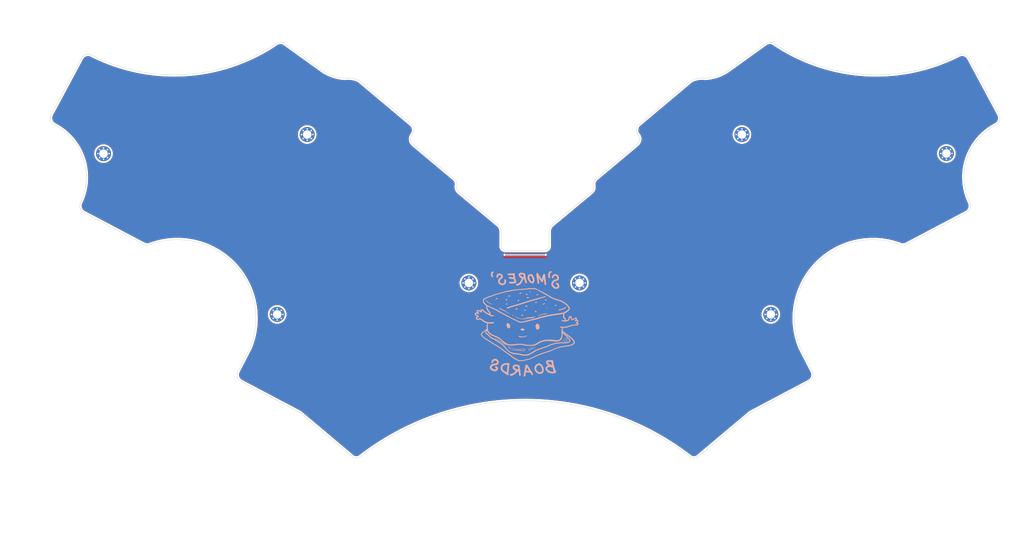
<source format=kicad_pcb>
(kicad_pcb (version 20211014) (generator pcbnew)
  (layers (0 "F.Cu" signal) (31 "B.Cu" signal) (34 "B.Paste" user) (35 "F.Paste" user) (36 "B.SilkS" user "B.Silkscreen") (37 "F.SilkS" user "F.Silkscreen") (38 "B.Mask" user) (39 "F.Mask" user) (44 "Edge.Cuts" user))
  (net 0 "")
  (net 1 "gnd")
  (footprint "footprints:m2-hole" (layer "F.Cu") (at 85.9 95.4)
    (fp_text reference "Ref**" hide)
    (fp_text value "Val**" hide)
    (pad "1" thru_hole circle (at 0 -1.5) (size 0.5 0.5) (drill 0.4) (layers *.Cu *.Mask))
    (pad "1" thru_hole circle (at -1.06 -1.06) (size 0.5 0.5) (drill 0.4) (layers *.Cu *.Mask))
    (pad "1" thru_hole circle (at 0 1.5) (size 0.5 0.5) (drill 0.4) (layers *.Cu *.Mask))
    (pad "1" thru_hole circle (at -1.06 1.06) (size 0.5 0.5) (drill 0.4) (layers *.Cu *.Mask))
    (pad "1" thru_hole circle (at -1.5 0) (size 0.5 0.5) (drill 0.4) (layers *.Cu *.Mask))
    (pad "1" thru_hole circle (at 1.5 0) (size 0.5 0.5) (drill 0.4) (layers *.Cu *.Mask))
    (pad "1" thru_hole circle (at 1.06 1.06) (size 0.5 0.5) (drill 0.4) (layers *.Cu *.Mask))
    (pad "1" thru_hole circle (at 0 0) (size 4 4) (drill 2.3) (layers *.Cu *.Mask))
    (pad "1" thru_hole circle (at 1.06 -1.06) (size 0.5 0.5) (drill 0.4) (layers *.Cu *.Mask))
  )
  (footprint "footprints:m2-hole" (layer "F.Cu") (at 137 87)
    (fp_text reference "Ref**" hide)
    (fp_text value "Val**" hide)
    (pad "1" thru_hole circle (at 1.06 -1.06) (size 0.5 0.5) (drill 0.4) (layers *.Cu *.Mask))
    (pad "1" thru_hole circle (at -1.5 0) (size 0.5 0.5) (drill 0.4) (layers *.Cu *.Mask))
    (pad "1" thru_hole circle (at 1.5 0) (size 0.5 0.5) (drill 0.4) (layers *.Cu *.Mask))
    (pad "1" thru_hole circle (at 0 1.5) (size 0.5 0.5) (drill 0.4) (layers *.Cu *.Mask))
    (pad "1" thru_hole circle (at -1.06 1.06) (size 0.5 0.5) (drill 0.4) (layers *.Cu *.Mask))
    (pad "1" thru_hole circle (at 0 0) (size 4 4) (drill 2.3) (layers *.Cu *.Mask))
    (pad "1" thru_hole circle (at 0 -1.5) (size 0.5 0.5) (drill 0.4) (layers *.Cu *.Mask))
    (pad "1" thru_hole circle (at 1.06 1.06) (size 0.5 0.5) (drill 0.4) (layers *.Cu *.Mask))
    (pad "1" thru_hole circle (at -1.06 -1.06) (size 0.5 0.5) (drill 0.4) (layers *.Cu *.Mask))
  )
  (footprint "footprints:m2-hole" (layer "F.Cu") (at 217.5 95.4)
    (fp_text reference "Ref**" hide)
    (fp_text value "Val**" hide)
    (pad "1" thru_hole circle (at 0 1.5) (size 0.5 0.5) (drill 0.4) (layers *.Cu *.Mask))
    (pad "1" thru_hole circle (at 1.5 0) (size 0.5 0.5) (drill 0.4) (layers *.Cu *.Mask))
    (pad "1" thru_hole circle (at 1.06 -1.06) (size 0.5 0.5) (drill 0.4) (layers *.Cu *.Mask))
    (pad "1" thru_hole circle (at 0 -1.5) (size 0.5 0.5) (drill 0.4) (layers *.Cu *.Mask))
    (pad "1" thru_hole circle (at -1.5 0) (size 0.5 0.5) (drill 0.4) (layers *.Cu *.Mask))
    (pad "1" thru_hole circle (at -1.06 -1.06) (size 0.5 0.5) (drill 0.4) (layers *.Cu *.Mask))
    (pad "1" thru_hole circle (at -1.06 1.06) (size 0.5 0.5) (drill 0.4) (layers *.Cu *.Mask))
    (pad "1" thru_hole circle (at 0 0) (size 4 4) (drill 2.3) (layers *.Cu *.Mask))
    (pad "1" thru_hole circle (at 1.06 1.06) (size 0.5 0.5) (drill 0.4) (layers *.Cu *.Mask))
  )
  (footprint "footprints:m2-hole" (layer "F.Cu") (at 93.9 47.4)
    (fp_text reference "Ref**" hide)
    (fp_text value "Val**" hide)
    (pad "1" thru_hole circle (at 1.06 1.06) (size 0.5 0.5) (drill 0.4) (layers *.Cu *.Mask))
    (pad "1" thru_hole circle (at -1.5 0) (size 0.5 0.5) (drill 0.4) (layers *.Cu *.Mask))
    (pad "1" thru_hole circle (at 1.5 0) (size 0.5 0.5) (drill 0.4) (layers *.Cu *.Mask))
    (pad "1" thru_hole circle (at 1.06 -1.06) (size 0.5 0.5) (drill 0.4) (layers *.Cu *.Mask))
    (pad "1" thru_hole circle (at -1.06 1.06) (size 0.5 0.5) (drill 0.4) (layers *.Cu *.Mask))
    (pad "1" thru_hole circle (at 0 -1.5) (size 0.5 0.5) (drill 0.4) (layers *.Cu *.Mask))
    (pad "1" thru_hole circle (at 0 0) (size 4 4) (drill 2.3) (layers *.Cu *.Mask))
    (pad "1" thru_hole circle (at -1.06 -1.06) (size 0.5 0.5) (drill 0.4) (layers *.Cu *.Mask))
    (pad "1" thru_hole circle (at 0 1.5) (size 0.5 0.5) (drill 0.4) (layers *.Cu *.Mask))
  )
  (footprint "footprints:m2-hole" (layer "F.Cu") (at 209.8 47.4)
    (fp_text reference "Ref**" hide)
    (fp_text value "Val**" hide)
    (pad "1" thru_hole circle (at 0 -1.5) (size 0.5 0.5) (drill 0.4) (layers *.Cu *.Mask))
    (pad "1" thru_hole circle (at 1.5 0) (size 0.5 0.5) (drill 0.4) (layers *.Cu *.Mask))
    (pad "1" thru_hole circle (at 1.06 -1.06) (size 0.5 0.5) (drill 0.4) (layers *.Cu *.Mask))
    (pad "1" thru_hole circle (at 0 0) (size 4 4) (drill 2.3) (layers *.Cu *.Mask))
    (pad "1" thru_hole circle (at -1.06 1.06) (size 0.5 0.5) (drill 0.4) (layers *.Cu *.Mask))
    (pad "1" thru_hole circle (at 0 1.5) (size 0.5 0.5) (drill 0.4) (layers *.Cu *.Mask))
    (pad "1" thru_hole circle (at 1.06 1.06) (size 0.5 0.5) (drill 0.4) (layers *.Cu *.Mask))
    (pad "1" thru_hole circle (at -1.5 0) (size 0.5 0.5) (drill 0.4) (layers *.Cu *.Mask))
    (pad "1" thru_hole circle (at -1.06 -1.06) (size 0.5 0.5) (drill 0.4) (layers *.Cu *.Mask))
  )
  (footprint "footprints:m2-hole" (layer "F.Cu") (at 166.5 87)
    (fp_text reference "Ref**" hide)
    (fp_text value "Val**" hide)
    (pad "1" thru_hole circle (at 1.5 0) (size 0.5 0.5) (drill 0.4) (layers *.Cu *.Mask))
    (pad "1" thru_hole circle (at 0 0) (size 4 4) (drill 2.3) (layers *.Cu *.Mask))
    (pad "1" thru_hole circle (at -1.5 0) (size 0.5 0.5) (drill 0.4) (layers *.Cu *.Mask))
    (pad "1" thru_hole circle (at -1.06 1.06) (size 0.5 0.5) (drill 0.4) (layers *.Cu *.Mask))
    (pad "1" thru_hole circle (at 0 -1.5) (size 0.5 0.5) (drill 0.4) (layers *.Cu *.Mask))
    (pad "1" thru_hole circle (at 0 1.5) (size 0.5 0.5) (drill 0.4) (layers *.Cu *.Mask))
    (pad "1" thru_hole circle (at -1.06 -1.06) (size 0.5 0.5) (drill 0.4) (layers *.Cu *.Mask))
    (pad "1" thru_hole circle (at 1.06 1.06) (size 0.5 0.5) (drill 0.4) (layers *.Cu *.Mask))
    (pad "1" thru_hole circle (at 1.06 -1.06) (size 0.5 0.5) (drill 0.4) (layers *.Cu *.Mask))
  )
  (footprint "footprints:m2-hole" (layer "F.Cu") (at 39.6 52.5)
    (fp_text reference "Ref**" hide)
    (fp_text value "Val**" hide)
    (pad "1" thru_hole circle (at -1.5 0) (size 0.5 0.5) (drill 0.4) (layers *.Cu *.Mask))
    (pad "1" thru_hole circle (at -1.06 1.06) (size 0.5 0.5) (drill 0.4) (layers *.Cu *.Mask))
    (pad "1" thru_hole circle (at 0 0) (size 4 4) (drill 2.3) (layers *.Cu *.Mask))
    (pad "1" thru_hole circle (at 1.06 -1.06) (size 0.5 0.5) (drill 0.4) (layers *.Cu *.Mask))
    (pad "1" thru_hole circle (at 0 1.5) (size 0.5 0.5) (drill 0.4) (layers *.Cu *.Mask))
    (pad "1" thru_hole circle (at 0 -1.5) (size 0.5 0.5) (drill 0.4) (layers *.Cu *.Mask))
    (pad "1" thru_hole circle (at 1.5 0) (size 0.5 0.5) (drill 0.4) (layers *.Cu *.Mask))
    (pad "1" thru_hole circle (at 1.06 1.06) (size 0.5 0.5) (drill 0.4) (layers *.Cu *.Mask))
    (pad "1" thru_hole circle (at -1.06 -1.06) (size 0.5 0.5) (drill 0.4) (layers *.Cu *.Mask))
  )
  (footprint "footprints:m2-hole" (layer "F.Cu") (at 264.31 52.46)
    (fp_text reference "Ref**" hide)
    (fp_text value "Val**" hide)
    (pad "1" thru_hole circle (at 1.5 0) (size 0.5 0.5) (drill 0.4) (layers *.Cu *.Mask))
    (pad "1" thru_hole circle (at 0 -1.5) (size 0.5 0.5) (drill 0.4) (layers *.Cu *.Mask))
    (pad "1" thru_hole circle (at -1.5 0) (size 0.5 0.5) (drill 0.4) (layers *.Cu *.Mask))
    (pad "1" thru_hole circle (at 0 1.5) (size 0.5 0.5) (drill 0.4) (layers *.Cu *.Mask))
    (pad "1" thru_hole circle (at 0 0) (size 4 4) (drill 2.3) (layers *.Cu *.Mask))
    (pad "1" thru_hole circle (at -1.06 1.06) (size 0.5 0.5) (drill 0.4) (layers *.Cu *.Mask))
    (pad "1" thru_hole circle (at 1.06 1.06) (size 0.5 0.5) (drill 0.4) (layers *.Cu *.Mask))
    (pad "1" thru_hole circle (at 1.06 -1.06) (size 0.5 0.5) (drill 0.4) (layers *.Cu *.Mask))
    (pad "1" thru_hole circle (at -1.06 -1.06) (size 0.5 0.5) (drill 0.4) (layers *.Cu *.Mask))
  )
  (footprint "art:smores" (layer "B.Cu") (at 153 99 180)
    (fp_text reference "G***" hide)
    (fp_text value "LOGO" hide)
  )
  (gr_arc (start 85.4 23.3) (mid 61.180688 31.389227) (end 36.2 26.100001) (layer "Edge.Cuts") (width 0.1))
  (gr_arc (start 196.3 33.000001) (mid 198.104217 32.417671) (end 200 32.4) (layer "Edge.Cuts") (width 0.1))
  (gr_arc (start 85.4 23.3) (mid 86.504141 22.798474) (end 87.7 23) (layer "Edge.Cuts") (width 0.1))
  (gr_line (start 145.60768 73.4) (end 145.6 77.2) (layer "Edge.Cuts") (width 0.1))
  (gr_arc (start 211.9 121.7) (mid 212.04566 121.59349) (end 212.2 121.5) (layer "Edge.Cuts") (width 0.1))
  (gr_line (start 181.891058 50.007614) (end 181.1 50.7) (layer "Edge.Cuts") (width 0.1))
  (gr_line (start 106 133.4) (end 92.1 121.7) (layer "Edge.Cuts") (width 0.1))
  (gr_arc (start 225.3 104.3) (mid 229.783093 81.691405) (end 252.323444 76.876918) (layer "Edge.Cuts") (width 0.1))
  (gr_arc (start 182.099999 47.400001) (mid 182.538017 48.747276) (end 181.891058 50.007614) (layer "Edge.Cuts") (width 0.1))
  (gr_line (start 91.8 121.5) (end 76.379131 113.341738) (layer "Edge.Cuts") (width 0.1))
  (gr_arc (start 76.379131 113.341738) (mid 75.332858 112.108563) (end 75.5 110.5) (layer "Edge.Cuts") (width 0.1))
  (gr_line (start 50.4 76.7) (end 34.33044 68.218252) (layer "Edge.Cuts") (width 0.1))
  (gr_line (start 225.3 104.3) (end 228.5 110.5) (layer "Edge.Cuts") (width 0.1))
  (gr_arc (start 253.6 76.7) (mid 252.976267 76.893408) (end 252.323444 76.876918) (layer "Edge.Cuts") (width 0.1))
  (gr_arc (start 104 32.4) (mid 100.866081 31.801756) (end 98 30.399999) (layer "Edge.Cuts") (width 0.1))
  (gr_arc (start 170.3 61) (mid 170.414335 59.969065) (end 171.024705 59.130407) (layer "Edge.Cuts") (width 0.1))
  (gr_line (start 169.624251 62.861527) (end 159.6 71.2) (layer "Edge.Cuts") (width 0.1))
  (gr_arc (start 267.8 26.1) (mid 242.819312 31.389226) (end 218.6 23.3) (layer "Edge.Cuts") (width 0.1))
  (gr_line (start 158.399999 77.199999) (end 158.392319 73.399999) (layer "Edge.Cuts") (width 0.1))
  (gr_line (start 25.7 42) (end 33.747646 26.985479) (layer "Edge.Cuts") (width 0.1))
  (gr_line (start 75.5 110.5) (end 78.7 104.3) (layer "Edge.Cuts") (width 0.1))
  (gr_arc (start 134.375749 62.861527) (mid 133.766757 62.029181) (end 133.7 61) (layer "Edge.Cuts") (width 0.1))
  (gr_arc (start 152 118.4) (mid 175.243279 122.253049) (end 196 133.4) (layer "Edge.Cuts") (width 0.1))
  (gr_line (start 216.3 23) (end 206 30.399999) (layer "Edge.Cuts") (width 0.1))
  (gr_arc (start 132.975295 59.130407) (mid 133.585665 59.969065) (end 133.7 61) (layer "Edge.Cuts") (width 0.1))
  (gr_arc (start 122.108942 50.007614) (mid 121.461983 48.747276) (end 121.900001 47.400001) (layer "Edge.Cuts") (width 0.1))
  (gr_arc (start 158.392319 73.399999) (mid 158.714092 72.14516) (end 159.6 71.2) (layer "Edge.Cuts") (width 0.1))
  (gr_arc (start 170.3 61) (mid 170.233243 62.029181) (end 169.624251 62.861527) (layer "Edge.Cuts") (width 0.1))
  (gr_arc (start 158.399999 77.199999) (mid 158.077816 77.977816) (end 157.299999 78.299999) (layer "Edge.Cuts") (width 0.1))
  (gr_arc (start 26.513983 44.807698) (mid 34.15735 53.63599) (end 33.6 65.3) (layer "Edge.Cuts") (width 0.1))
  (gr_arc (start 267.8 26.100001) (mid 269.187663 26.095501) (end 270.252354 26.985479) (layer "Edge.Cuts") (width 0.1))
  (gr_arc (start 198 133.4) (mid 197 133.733333) (end 196 133.4) (layer "Edge.Cuts") (width 0.1))
  (gr_line (start 98 30.399999) (end 87.7 23) (layer "Edge.Cuts") (width 0.1))
  (gr_arc (start 104 32.4) (mid 105.895781 32.41768) (end 107.7 33.000001) (layer "Edge.Cuts") (width 0.1))
  (gr_arc (start 270.4 65.3) (mid 270.646373 66.912208) (end 269.66956 68.218252) (layer "Edge.Cuts") (width 0.1))
  (gr_arc (start 33.747646 26.985479) (mid 34.812334 26.095505) (end 36.2 26.100001) (layer "Edge.Cuts") (width 0.1))
  (gr_line (start 211.9 121.7) (end 198 133.4) (layer "Edge.Cuts") (width 0.1))
  (gr_arc (start 146.7 78.3) (mid 145.922183 77.977817) (end 145.6 77.2) (layer "Edge.Cuts") (width 0.1))
  (gr_line (start 182.472119 44.621296) (end 196.3 33) (layer "Edge.Cuts") (width 0.1))
  (gr_line (start 227.620869 113.341738) (end 212.2 121.5) (layer "Edge.Cuts") (width 0.1))
  (gr_arc (start 144.399999 71.200001) (mid 145.285907 72.145161) (end 145.60768 73.4) (layer "Edge.Cuts") (width 0.1))
  (gr_arc (start 206 30.399999) (mid 203.133918 31.801754) (end 200 32.4) (layer "Edge.Cuts") (width 0.1))
  (gr_arc (start 278.3 42) (mid 278.477692 43.573355) (end 277.486017 44.807698) (layer "Edge.Cuts") (width 0.1))
  (gr_arc (start 108 133.4) (mid 128.756721 122.253049) (end 152 118.4) (layer "Edge.Cuts") (width 0.1))
  (gr_arc (start 228.5 110.5) (mid 228.667143 112.108563) (end 227.620869 113.341738) (layer "Edge.Cuts") (width 0.1))
  (gr_arc (start 121.527881 44.621296) (mid 122.282304 45.934534) (end 121.9 47.4) (layer "Edge.Cuts") (width 0.1))
  (gr_arc (start 51.676556 76.876918) (mid 74.216907 81.691405) (end 78.7 104.3) (layer "Edge.Cuts") (width 0.1))
  (gr_arc (start 216.3 23) (mid 217.495854 22.79845) (end 218.6 23.3) (layer "Edge.Cuts") (width 0.1))
  (gr_line (start 269.66956 68.218252) (end 253.6 76.7) (layer "Edge.Cuts") (width 0.1))
  (gr_arc (start 51.676556 76.876918) (mid 51.02373 76.893419) (end 50.4 76.7) (layer "Edge.Cuts") (width 0.1))
  (gr_line (start 144.4 71.2) (end 134.375749 62.861527) (layer "Edge.Cuts") (width 0.1))
  (gr_arc (start 108 133.4) (mid 107 133.733333) (end 106 133.4) (layer "Edge.Cuts") (width 0.1))
  (gr_line (start 171.024705 59.130407) (end 181.1 50.7) (layer "Edge.Cuts") (width 0.1))
  (gr_arc (start 182.1 47.4) (mid 181.717696 45.934534) (end 182.472119 44.621296) (layer "Edge.Cuts") (width 0.1))
  (gr_arc (start 34.33044 68.218252) (mid 33.353587 66.912205) (end 33.6 65.3) (layer "Edge.Cuts") (width 0.1))
  (gr_line (start 122.9 50.7) (end 132.975295 59.130407) (layer "Edge.Cuts") (width 0.1))
  (gr_arc (start 91.8 121.5) (mid 91.954339 121.593491) (end 92.1 121.7) (layer "Edge.Cuts") (width 0.1))
  (gr_line (start 157.299999 78.299999) (end 146.7 78.3) (layer "Edge.Cuts") (width 0.1))
  (gr_line (start 107.7 33) (end 121.527881 44.621296) (layer "Edge.Cuts") (width 0.1))
  (gr_arc (start 26.513983 44.807698) (mid 25.522268 43.573353) (end 25.7 42) (layer "Edge.Cuts") (width 0.1))
  (gr_arc (start 270.4 65.3) (mid 269.842653 53.63599) (end 277.486017 44.807698) (layer "Edge.Cuts") (width 0.1))
  (gr_line (start 270.252354 26.985479) (end 278.3 42) (layer "Edge.Cuts") (width 0.1))
  (gr_line (start 122.9 50.7) (end 122.108942 50.007614) (layer "Edge.Cuts") (width 0.1))
  (segment (start 157.25 79.25) (end 146.75 79.25) (width 0.25) (layer "F.Cu") (net 0))
  (segment (start 157.25 79.75) (end 146.75 79.75) (width 0.25) (layer "B.Cu") (net 0))
  (zone (net 1) (net_name "gnd") (layer "F.Cu") (connect_pads (clearance 0.508)) (min_thickness 0.254) (fill yes (thermal_gap 0.508) (thermal_bridge_width 0.508) (island_removal_mode 2) (island_area_min 1))
    (polygon (pts (xy 284 154.5) (xy 13 154.5) (xy 12 12.5) (xy 284 12.5)))
  )
  (zone (net 1) (net_name "gnd") (layer "B.Cu") (connect_pads (clearance 0.508)) (min_thickness 0.254) (fill yes (thermal_gap 0.508) (thermal_bridge_width 0.508) (island_removal_mode 2) (island_area_min 1))
    (polygon (pts (xy 285 153.5) (xy 14 153.5) (xy 13 11.5) (xy 285 11.5)))
  )
)
</source>
